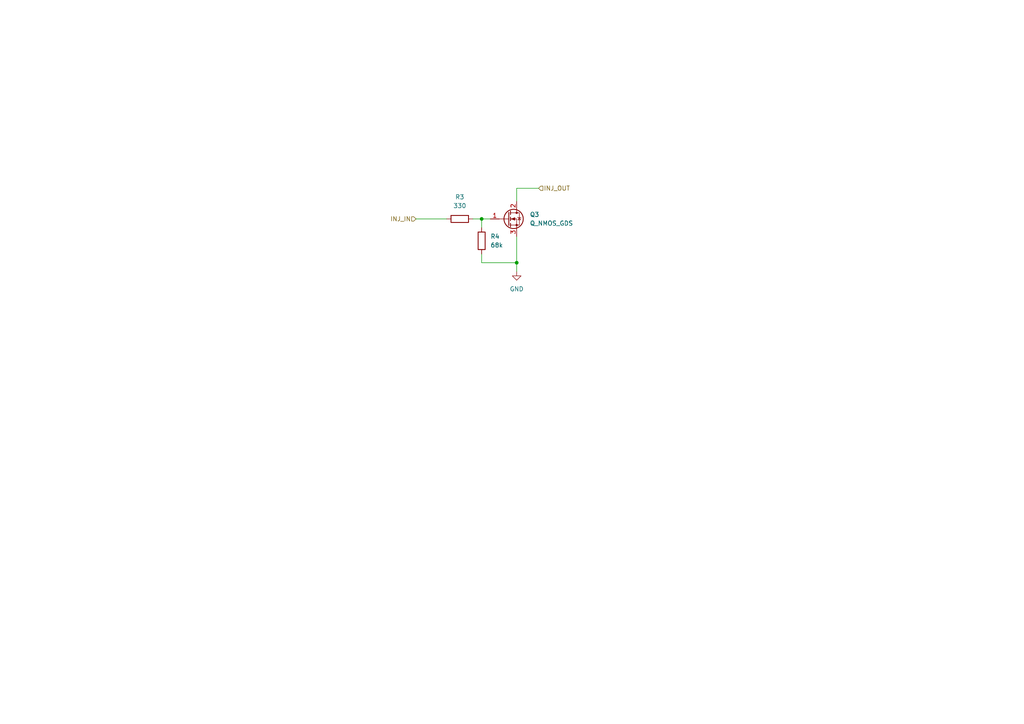
<source format=kicad_sch>
(kicad_sch (version 20230121) (generator eeschema)
  (paper "A4")
  (lib_symbols
    (symbol "Device:Q_NMOS_GDS" (pin_names (offset 0) hide)
      (property "Reference" "Q" (at 5.08 1.27 0))
      (property "Value" "Q_NMOS_GDS" (at 5.08 -1.27 0))
      (symbol "Q_NMOS_GDS_0_1"
        (polyline (pts (xy 0.254 0) (xy -2.54 0)))
        (polyline (pts (xy 0.254 1.905) (xy 0.254 -1.905)) (stroke (width 0.254)))
        (polyline (pts (xy 0.762 -1.27) (xy 0.762 -2.286)) (stroke (width 0.254)))
        (polyline (pts (xy 0.762 0.508) (xy 0.762 -0.508)) (stroke (width 0.254)))
        (polyline (pts (xy 0.762 2.286) (xy 0.762 1.27)) (stroke (width 0.254)))
        (polyline (pts (xy 2.54 2.54) (xy 2.54 1.778)))
        (polyline (pts (xy 2.54 -2.54) (xy 2.54 0) (xy 0.762 0)))
        (polyline (pts (xy 0.762 -1.778) (xy 3.302 -1.778) (xy 3.302 1.778) (xy 0.762 1.778)))
        (polyline (pts (xy 1.016 0) (xy 2.032 0.381) (xy 2.032 -0.381) (xy 1.016 0)) (fill (type outline)))
        (polyline (pts (xy 2.794 0.508) (xy 2.921 0.381) (xy 3.683 0.381) (xy 3.81 0.254)))
        (polyline (pts (xy 3.302 0.381) (xy 2.921 -0.254) (xy 3.683 -0.254) (xy 3.302 0.381)))
        (circle (center 1.651 0) (radius 2.794) (stroke (width 0.254)))
        (circle (center 2.54 -1.778) (radius 0.254) (fill (type outline)))
        (circle (center 2.54 1.778) (radius 0.254) (fill (type outline)))
      )
      (symbol "Q_NMOS_GDS_1_1"
        (pin input line (at -5.08 0 0) (length 2.54) (name "G") (number "1"))
        (pin passive line (at 2.54 5.08 270) (length 2.54) (name "D") (number "2"))
        (pin passive line (at 2.54 -5.08 90) (length 2.54) (name "S") (number "3"))
      )
    )
    (symbol "Device:R" (pin_numbers hide) (pin_names (offset 0))
      (property "Reference" "R" (at 2.032 0 90))
      (property "Value" "R" (at 0 0 90))
      (symbol "R_0_1"
        (rectangle (start -1.016 -2.54) (end 1.016 2.54) (stroke (width 0.254)))
      )
      (symbol "R_1_1"
        (pin passive line (at 0 3.81 270) (length 1.27) (name "~") (number "1"))
        (pin passive line (at 0 -3.81 90) (length 1.27) (name "~") (number "2"))
      )
    )
    (symbol "power:GND" (power) (pin_names (offset 0))
      (property "Value" "GND" (at 0 -3.81 0))
      (symbol "GND_0_1"
        (polyline (pts (xy 0 0) (xy 0 -1.27) (xy 1.27 -1.27) (xy 0 -2.54) (xy -1.27 -1.27) (xy 0 -1.27)))
      )
      (symbol "GND_1_1"
        (pin power_in line (at 0 0 270) (length 0) hide (name "GND") (number "1"))
      )
    )
  )
  (junction (at 139.7 63.5))
  (junction (at 149.86 76.2))
  (wire (pts (xy 139.7 76.2) (xy 149.86 76.2)))
  (wire (pts (xy 139.7 63.5) (xy 137.16 63.5)))
  (wire (pts (xy 120.65 63.5) (xy 129.54 63.5)))
  (wire (pts (xy 149.86 54.61) (xy 156.21 54.61)))
  (wire (pts (xy 149.86 76.2) (xy 149.86 78.74)))
  (wire (pts (xy 139.7 66.04) (xy 139.7 63.5)))
  (wire (pts (xy 149.86 58.42) (xy 149.86 54.61)))
  (wire (pts (xy 149.86 76.2) (xy 149.86 68.58)))
  (wire (pts (xy 139.7 73.66) (xy 139.7 76.2)))
  (wire (pts (xy 139.7 63.5) (xy 142.24 63.5)))
  (hierarchical_label "INJ_IN" (shape input) (at 120.65 63.5 180))
  (hierarchical_label "INJ_OUT" (shape input) (at 156.21 54.61 0))
  (symbol (lib_id "power:GND") (at 149.86 78.74 0) (unit 1)
    (property "Reference" "#PWR014" (effects hide))
    (property "Value" "GND" (at 149.86 83.82 0))
    (instances (project "balefi" (path "" (reference "#PWR014") (unit 1)) (path "" (reference "#PWR015") (unit 1)) (path "" (reference "#PWR016") (unit 1)) (path "" (reference "#PWR017") (unit 1))))
  )
  (symbol (lib_id "Device:Q_NMOS_GDS") (at 147.32 63.5 0) (unit 1)
    (property "Reference" "Q3" (at 153.67 62.23 0) (effects (justify left)))
    (property "Value" "Q_NMOS_GDS" (at 153.67 64.77 0) (effects (justify left)))
    (property "Footprint" "Package_TO_SOT_SMD:TO-252-2" (effects hide))
    (property "MPN" "VND14NV04TR-E" (effects hide))
    (property "Producent" "STMicroelectronics" (effects hide))
    (instances (project "balefi" (path "" (reference "Q3") (unit 1)) (path "" (reference "Q4") (unit 1)) (path "" (reference "Q5") (unit 1)) (path "" (reference "Q6") (unit 1))))
  )
  (symbol (lib_id "Device:R") (at 139.7 69.85 180) (unit 1)
    (property "Reference" "R4" (at 142.24 68.58 0) (effects (justify right)))
    (property "Value" "68k" (at 142.24 71.12 0) (effects (justify right)))
    (property "Footprint" "Resistor_SMD:R_0603_1608Metric" (effects hide))
    (instances (project "balefi" (path "" (reference "R4") (unit 1)) (path "" (reference "R6") (unit 1)) (path "" (reference "R8") (unit 1)) (path "" (reference "R10") (unit 1))))
  )
  (symbol (lib_id "Device:R") (at 133.35 63.5 90) (unit 1)
    (property "Reference" "R3" (at 133.35 57.15 90))
    (property "Value" "330" (at 133.35 59.69 90))
    (property "Footprint" "Resistor_SMD:R_0603_1608Metric" (effects hide))
    (instances (project "balefi" (path "" (reference "R3") (unit 1)) (path "" (reference "R5") (unit 1)) (path "" (reference "R7") (unit 1)) (path "" (reference "R9") (unit 1))))
  )
)
</source>
